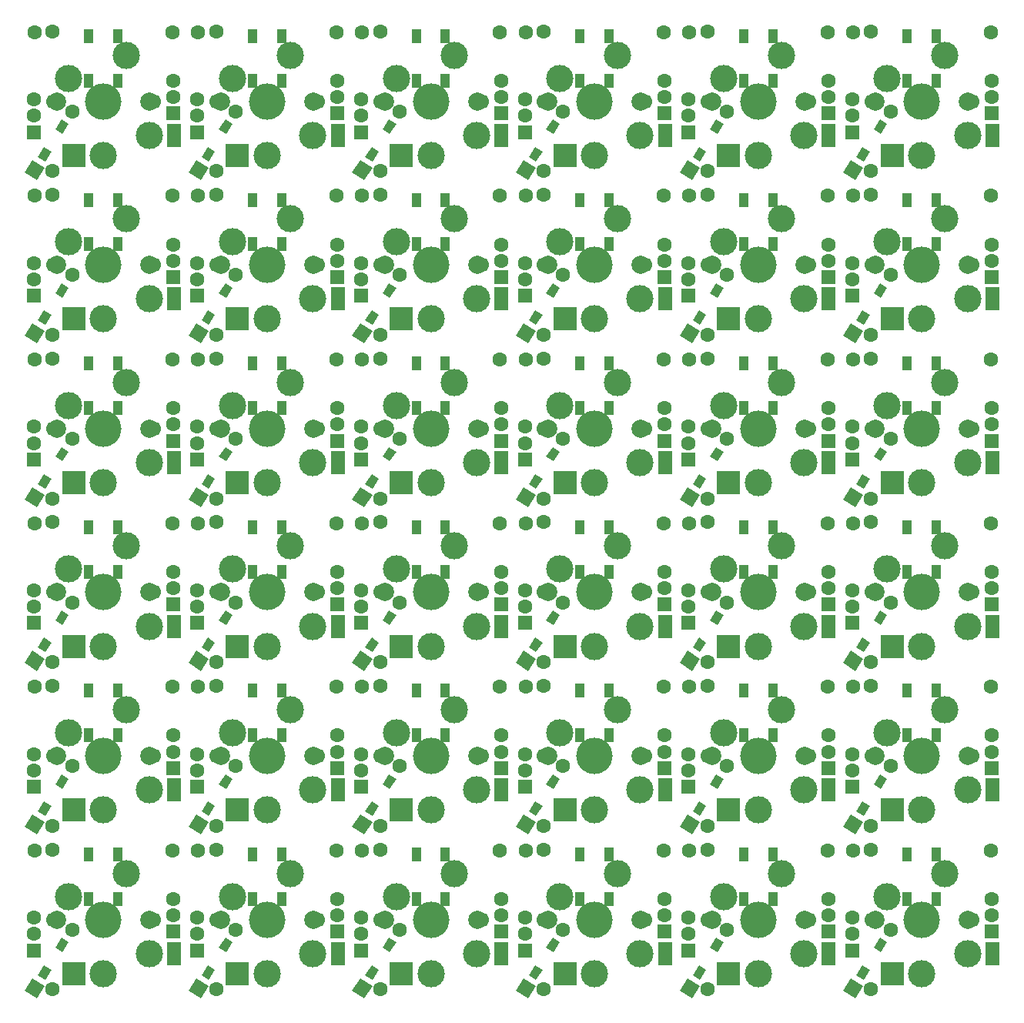
<source format=gts>
G04 #@! TF.GenerationSoftware,KiCad,Pcbnew,(5.1.5-0-10_14)*
G04 #@! TF.CreationDate,2020-05-05T10:05:08-04:00*
G04 #@! TF.ProjectId,plate,706c6174-652e-46b6-9963-61645f706362,1*
G04 #@! TF.SameCoordinates,Original*
G04 #@! TF.FileFunction,Soldermask,Top*
G04 #@! TF.FilePolarity,Negative*
%FSLAX46Y46*%
G04 Gerber Fmt 4.6, Leading zero omitted, Abs format (unit mm)*
G04 Created by KiCad (PCBNEW (5.1.5-0-10_14)) date 2020-05-05 10:05:08*
%MOMM*%
%LPD*%
G04 APERTURE LIST*
%ADD10C,1.600000*%
%ADD11R,1.600000X1.600000*%
%ADD12C,0.100000*%
%ADD13R,1.600000X2.600000*%
%ADD14C,3.000000*%
%ADD15C,3.429000*%
%ADD16R,2.600000X2.600000*%
%ADD17C,1.701800*%
%ADD18C,2.000000*%
%ADD19C,4.000000*%
%ADD20R,1.000000X1.500000*%
G04 APERTURE END LIST*
D10*
X85045000Y-118215000D03*
X100245000Y-118215000D03*
X100345000Y-125365000D03*
D11*
X84963000Y-129215000D03*
D10*
X100345000Y-123565000D03*
X84963000Y-127415000D03*
X87045000Y-118115000D03*
D11*
X100345000Y-127165000D03*
D10*
X84963000Y-125615000D03*
D12*
G36*
X86220866Y-132429922D02*
G01*
X85419644Y-131919487D01*
X86118134Y-130823078D01*
X86919356Y-131333513D01*
X86220866Y-132429922D01*
G37*
G36*
X88128280Y-129435882D02*
G01*
X87327058Y-128925447D01*
X88025548Y-127829038D01*
X88826770Y-128339473D01*
X88128280Y-129435882D01*
G37*
D10*
X87045000Y-133515000D03*
D13*
X100395000Y-129565000D03*
D14*
X92645000Y-131765000D03*
D15*
X92645000Y-125815000D03*
D14*
X97645000Y-129565000D03*
D16*
X89370000Y-131765000D03*
D17*
X87145000Y-125815000D03*
X98145000Y-125815000D03*
D18*
X97725000Y-125815000D03*
D14*
X95185000Y-120735000D03*
D19*
X92645000Y-125815000D03*
D14*
X88835000Y-123275000D03*
D18*
X87565000Y-125815000D03*
D20*
X94233600Y-123559800D03*
X91033600Y-123559800D03*
X94233600Y-118659800D03*
X91033600Y-118659800D03*
D12*
G36*
X85339873Y-134469553D02*
G01*
X83990447Y-133609873D01*
X84850127Y-132260447D01*
X86199553Y-133120127D01*
X85339873Y-134469553D01*
G37*
D10*
X89189223Y-126938357D03*
X103045000Y-118215000D03*
X118245000Y-118215000D03*
X118345000Y-125365000D03*
D11*
X102963000Y-129215000D03*
D10*
X118345000Y-123565000D03*
X102963000Y-127415000D03*
X105045000Y-118115000D03*
D11*
X118345000Y-127165000D03*
D10*
X102963000Y-125615000D03*
D12*
G36*
X106128280Y-129435882D02*
G01*
X105327058Y-128925447D01*
X106025548Y-127829038D01*
X106826770Y-128339473D01*
X106128280Y-129435882D01*
G37*
G36*
X104220866Y-132429922D02*
G01*
X103419644Y-131919487D01*
X104118134Y-130823078D01*
X104919356Y-131333513D01*
X104220866Y-132429922D01*
G37*
D10*
X105045000Y-133515000D03*
D17*
X116145000Y-125815000D03*
X105145000Y-125815000D03*
D16*
X107370000Y-131765000D03*
D14*
X115645000Y-129565000D03*
D15*
X110645000Y-125815000D03*
D14*
X110645000Y-131765000D03*
D13*
X118395000Y-129565000D03*
D18*
X105565000Y-125815000D03*
D14*
X106835000Y-123275000D03*
D19*
X110645000Y-125815000D03*
D14*
X113185000Y-120735000D03*
D18*
X115725000Y-125815000D03*
D20*
X109033600Y-118659800D03*
X112233600Y-118659800D03*
X109033600Y-123559800D03*
X112233600Y-123559800D03*
D10*
X107189223Y-126938357D03*
D12*
G36*
X103339873Y-134469553D02*
G01*
X101990447Y-133609873D01*
X102850127Y-132260447D01*
X104199553Y-133120127D01*
X103339873Y-134469553D01*
G37*
D10*
X85045000Y-136215000D03*
X100245000Y-136215000D03*
X100345000Y-143365000D03*
D11*
X84963000Y-147215000D03*
D10*
X100345000Y-141565000D03*
X84963000Y-145415000D03*
X87045000Y-136115000D03*
D11*
X100345000Y-145165000D03*
D10*
X84963000Y-143615000D03*
D12*
G36*
X88128280Y-147435882D02*
G01*
X87327058Y-146925447D01*
X88025548Y-145829038D01*
X88826770Y-146339473D01*
X88128280Y-147435882D01*
G37*
G36*
X86220866Y-150429922D02*
G01*
X85419644Y-149919487D01*
X86118134Y-148823078D01*
X86919356Y-149333513D01*
X86220866Y-150429922D01*
G37*
D10*
X87045000Y-151515000D03*
D17*
X98145000Y-143815000D03*
X87145000Y-143815000D03*
D16*
X89370000Y-149765000D03*
D14*
X97645000Y-147565000D03*
D15*
X92645000Y-143815000D03*
D14*
X92645000Y-149765000D03*
D13*
X100395000Y-147565000D03*
D18*
X87565000Y-143815000D03*
D14*
X88835000Y-141275000D03*
D19*
X92645000Y-143815000D03*
D14*
X95185000Y-138735000D03*
D18*
X97725000Y-143815000D03*
D20*
X91033600Y-136659800D03*
X94233600Y-136659800D03*
X91033600Y-141559800D03*
X94233600Y-141559800D03*
D10*
X89189223Y-144938357D03*
D12*
G36*
X85339873Y-152469553D02*
G01*
X83990447Y-151609873D01*
X84850127Y-150260447D01*
X86199553Y-151120127D01*
X85339873Y-152469553D01*
G37*
D10*
X103045000Y-136215000D03*
X118245000Y-136215000D03*
X118345000Y-143365000D03*
D11*
X102963000Y-147215000D03*
D10*
X118345000Y-141565000D03*
X102963000Y-145415000D03*
X105045000Y-136115000D03*
D11*
X118345000Y-145165000D03*
D10*
X102963000Y-143615000D03*
D12*
G36*
X104220866Y-150429922D02*
G01*
X103419644Y-149919487D01*
X104118134Y-148823078D01*
X104919356Y-149333513D01*
X104220866Y-150429922D01*
G37*
G36*
X106128280Y-147435882D02*
G01*
X105327058Y-146925447D01*
X106025548Y-145829038D01*
X106826770Y-146339473D01*
X106128280Y-147435882D01*
G37*
D10*
X105045000Y-151515000D03*
D13*
X118395000Y-147565000D03*
D14*
X110645000Y-149765000D03*
D15*
X110645000Y-143815000D03*
D14*
X115645000Y-147565000D03*
D16*
X107370000Y-149765000D03*
D17*
X105145000Y-143815000D03*
X116145000Y-143815000D03*
D18*
X115725000Y-143815000D03*
D14*
X113185000Y-138735000D03*
D19*
X110645000Y-143815000D03*
D14*
X106835000Y-141275000D03*
D18*
X105565000Y-143815000D03*
D20*
X112233600Y-141559800D03*
X109033600Y-141559800D03*
X112233600Y-136659800D03*
X109033600Y-136659800D03*
D12*
G36*
X103339873Y-152469553D02*
G01*
X101990447Y-151609873D01*
X102850127Y-150260447D01*
X104199553Y-151120127D01*
X103339873Y-152469553D01*
G37*
D10*
X107189223Y-144938357D03*
X156963000Y-145415000D03*
X159045000Y-136115000D03*
D11*
X172345000Y-145165000D03*
D10*
X156963000Y-143615000D03*
D12*
G36*
X158220866Y-150429922D02*
G01*
X157419644Y-149919487D01*
X158118134Y-148823078D01*
X158919356Y-149333513D01*
X158220866Y-150429922D01*
G37*
G36*
X160128280Y-147435882D02*
G01*
X159327058Y-146925447D01*
X160025548Y-145829038D01*
X160826770Y-146339473D01*
X160128280Y-147435882D01*
G37*
D10*
X159045000Y-151515000D03*
D13*
X172395000Y-147565000D03*
D14*
X164645000Y-149765000D03*
D15*
X164645000Y-143815000D03*
D14*
X169645000Y-147565000D03*
D16*
X161370000Y-149765000D03*
D17*
X159145000Y-143815000D03*
X170145000Y-143815000D03*
D18*
X169725000Y-143815000D03*
D14*
X167185000Y-138735000D03*
D19*
X164645000Y-143815000D03*
D14*
X160835000Y-141275000D03*
D18*
X159565000Y-143815000D03*
D10*
X179189223Y-144938357D03*
D12*
G36*
X175339873Y-152469553D02*
G01*
X173990447Y-151609873D01*
X174850127Y-150260447D01*
X176199553Y-151120127D01*
X175339873Y-152469553D01*
G37*
D20*
X181033600Y-136659800D03*
X184233600Y-136659800D03*
X181033600Y-141559800D03*
X184233600Y-141559800D03*
D12*
G36*
X157339873Y-152469553D02*
G01*
X155990447Y-151609873D01*
X156850127Y-150260447D01*
X158199553Y-151120127D01*
X157339873Y-152469553D01*
G37*
D10*
X161189223Y-144938357D03*
X190345000Y-143365000D03*
D11*
X174963000Y-147215000D03*
D10*
X190345000Y-141565000D03*
X174963000Y-145415000D03*
X175045000Y-136215000D03*
X190245000Y-136215000D03*
D12*
G36*
X178128280Y-147435882D02*
G01*
X177327058Y-146925447D01*
X178025548Y-145829038D01*
X178826770Y-146339473D01*
X178128280Y-147435882D01*
G37*
G36*
X176220866Y-150429922D02*
G01*
X175419644Y-149919487D01*
X176118134Y-148823078D01*
X176919356Y-149333513D01*
X176220866Y-150429922D01*
G37*
D10*
X177045000Y-151515000D03*
D17*
X188145000Y-143815000D03*
X177145000Y-143815000D03*
D16*
X179370000Y-149765000D03*
D14*
X187645000Y-147565000D03*
D15*
X182645000Y-143815000D03*
D14*
X182645000Y-149765000D03*
D13*
X190395000Y-147565000D03*
D10*
X177045000Y-136115000D03*
D11*
X190345000Y-145165000D03*
D10*
X174963000Y-143615000D03*
D11*
X156963000Y-147215000D03*
D10*
X172345000Y-141565000D03*
D18*
X177565000Y-143815000D03*
D14*
X178835000Y-141275000D03*
D19*
X182645000Y-143815000D03*
D14*
X185185000Y-138735000D03*
D18*
X187725000Y-143815000D03*
D20*
X166233600Y-141559800D03*
X163033600Y-141559800D03*
X166233600Y-136659800D03*
X163033600Y-136659800D03*
D10*
X157045000Y-136215000D03*
X172245000Y-136215000D03*
X172345000Y-143365000D03*
D12*
G36*
X121339873Y-152469553D02*
G01*
X119990447Y-151609873D01*
X120850127Y-150260447D01*
X122199553Y-151120127D01*
X121339873Y-152469553D01*
G37*
D10*
X125189223Y-144938357D03*
X143189223Y-144938357D03*
D12*
G36*
X139339873Y-152469553D02*
G01*
X137990447Y-151609873D01*
X138850127Y-150260447D01*
X140199553Y-151120127D01*
X139339873Y-152469553D01*
G37*
D20*
X145033600Y-136659800D03*
X148233600Y-136659800D03*
X145033600Y-141559800D03*
X148233600Y-141559800D03*
D13*
X136395000Y-147565000D03*
D14*
X128645000Y-149765000D03*
D15*
X128645000Y-143815000D03*
D14*
X133645000Y-147565000D03*
D16*
X125370000Y-149765000D03*
D17*
X123145000Y-143815000D03*
X134145000Y-143815000D03*
D18*
X133725000Y-143815000D03*
D14*
X131185000Y-138735000D03*
D19*
X128645000Y-143815000D03*
D14*
X124835000Y-141275000D03*
D18*
X123565000Y-143815000D03*
D20*
X130233600Y-141559800D03*
X127033600Y-141559800D03*
X130233600Y-136659800D03*
X127033600Y-136659800D03*
D10*
X120963000Y-145415000D03*
X123045000Y-136115000D03*
D11*
X136345000Y-145165000D03*
D10*
X120963000Y-143615000D03*
D12*
G36*
X122220866Y-150429922D02*
G01*
X121419644Y-149919487D01*
X122118134Y-148823078D01*
X122919356Y-149333513D01*
X122220866Y-150429922D01*
G37*
G36*
X124128280Y-147435882D02*
G01*
X123327058Y-146925447D01*
X124025548Y-145829038D01*
X124826770Y-146339473D01*
X124128280Y-147435882D01*
G37*
D10*
X123045000Y-151515000D03*
X139045000Y-136215000D03*
X154245000Y-136215000D03*
X154345000Y-143365000D03*
D11*
X138963000Y-147215000D03*
D10*
X154345000Y-141565000D03*
X138963000Y-145415000D03*
X141045000Y-136115000D03*
D11*
X154345000Y-145165000D03*
D10*
X138963000Y-143615000D03*
D12*
G36*
X142128280Y-147435882D02*
G01*
X141327058Y-146925447D01*
X142025548Y-145829038D01*
X142826770Y-146339473D01*
X142128280Y-147435882D01*
G37*
G36*
X140220866Y-150429922D02*
G01*
X139419644Y-149919487D01*
X140118134Y-148823078D01*
X140919356Y-149333513D01*
X140220866Y-150429922D01*
G37*
D10*
X141045000Y-151515000D03*
D17*
X152145000Y-143815000D03*
X141145000Y-143815000D03*
D16*
X143370000Y-149765000D03*
D14*
X151645000Y-147565000D03*
D15*
X146645000Y-143815000D03*
D14*
X146645000Y-149765000D03*
D13*
X154395000Y-147565000D03*
D18*
X141565000Y-143815000D03*
D14*
X142835000Y-141275000D03*
D19*
X146645000Y-143815000D03*
D14*
X149185000Y-138735000D03*
D18*
X151725000Y-143815000D03*
D11*
X120963000Y-147215000D03*
D10*
X121045000Y-136215000D03*
X136245000Y-136215000D03*
X136345000Y-143365000D03*
X136345000Y-141565000D03*
X156963000Y-127415000D03*
X159045000Y-118115000D03*
D11*
X172345000Y-127165000D03*
D10*
X156963000Y-125615000D03*
D12*
G36*
X160128280Y-129435882D02*
G01*
X159327058Y-128925447D01*
X160025548Y-127829038D01*
X160826770Y-128339473D01*
X160128280Y-129435882D01*
G37*
G36*
X158220866Y-132429922D02*
G01*
X157419644Y-131919487D01*
X158118134Y-130823078D01*
X158919356Y-131333513D01*
X158220866Y-132429922D01*
G37*
D10*
X159045000Y-133515000D03*
D17*
X170145000Y-125815000D03*
X159145000Y-125815000D03*
D16*
X161370000Y-131765000D03*
D14*
X169645000Y-129565000D03*
D15*
X164645000Y-125815000D03*
D14*
X164645000Y-131765000D03*
D13*
X172395000Y-129565000D03*
D18*
X159565000Y-125815000D03*
D14*
X160835000Y-123275000D03*
D19*
X164645000Y-125815000D03*
D14*
X167185000Y-120735000D03*
D18*
X169725000Y-125815000D03*
D12*
G36*
X175339873Y-134469553D02*
G01*
X173990447Y-133609873D01*
X174850127Y-132260447D01*
X176199553Y-133120127D01*
X175339873Y-134469553D01*
G37*
D10*
X179189223Y-126938357D03*
D20*
X184233600Y-123559800D03*
X181033600Y-123559800D03*
X184233600Y-118659800D03*
X181033600Y-118659800D03*
D10*
X161189223Y-126938357D03*
D12*
G36*
X157339873Y-134469553D02*
G01*
X155990447Y-133609873D01*
X156850127Y-132260447D01*
X158199553Y-133120127D01*
X157339873Y-134469553D01*
G37*
D10*
X190345000Y-125365000D03*
D11*
X174963000Y-129215000D03*
D10*
X190345000Y-123565000D03*
X174963000Y-127415000D03*
X175045000Y-118215000D03*
X190245000Y-118215000D03*
D12*
G36*
X176220866Y-132429922D02*
G01*
X175419644Y-131919487D01*
X176118134Y-130823078D01*
X176919356Y-131333513D01*
X176220866Y-132429922D01*
G37*
G36*
X178128280Y-129435882D02*
G01*
X177327058Y-128925447D01*
X178025548Y-127829038D01*
X178826770Y-128339473D01*
X178128280Y-129435882D01*
G37*
D10*
X177045000Y-133515000D03*
D13*
X190395000Y-129565000D03*
D14*
X182645000Y-131765000D03*
D15*
X182645000Y-125815000D03*
D14*
X187645000Y-129565000D03*
D16*
X179370000Y-131765000D03*
D17*
X177145000Y-125815000D03*
X188145000Y-125815000D03*
D10*
X177045000Y-118115000D03*
D11*
X190345000Y-127165000D03*
D10*
X174963000Y-125615000D03*
D11*
X156963000Y-129215000D03*
D10*
X172345000Y-123565000D03*
D18*
X187725000Y-125815000D03*
D14*
X185185000Y-120735000D03*
D19*
X182645000Y-125815000D03*
D14*
X178835000Y-123275000D03*
D18*
X177565000Y-125815000D03*
D20*
X163033600Y-118659800D03*
X166233600Y-118659800D03*
X163033600Y-123559800D03*
X166233600Y-123559800D03*
D10*
X157045000Y-118215000D03*
X172245000Y-118215000D03*
X172345000Y-125365000D03*
X125189223Y-126938357D03*
D12*
G36*
X121339873Y-134469553D02*
G01*
X119990447Y-133609873D01*
X120850127Y-132260447D01*
X122199553Y-133120127D01*
X121339873Y-134469553D01*
G37*
D10*
X139045000Y-118215000D03*
X154245000Y-118215000D03*
X154345000Y-125365000D03*
D11*
X138963000Y-129215000D03*
D10*
X154345000Y-123565000D03*
X138963000Y-127415000D03*
X141045000Y-118115000D03*
D11*
X154345000Y-127165000D03*
D10*
X138963000Y-125615000D03*
D12*
G36*
X140220866Y-132429922D02*
G01*
X139419644Y-131919487D01*
X140118134Y-130823078D01*
X140919356Y-131333513D01*
X140220866Y-132429922D01*
G37*
G36*
X142128280Y-129435882D02*
G01*
X141327058Y-128925447D01*
X142025548Y-127829038D01*
X142826770Y-128339473D01*
X142128280Y-129435882D01*
G37*
D10*
X141045000Y-133515000D03*
D13*
X154395000Y-129565000D03*
D14*
X146645000Y-131765000D03*
D15*
X146645000Y-125815000D03*
D14*
X151645000Y-129565000D03*
D16*
X143370000Y-131765000D03*
D17*
X141145000Y-125815000D03*
X152145000Y-125815000D03*
D18*
X151725000Y-125815000D03*
D14*
X149185000Y-120735000D03*
D19*
X146645000Y-125815000D03*
D14*
X142835000Y-123275000D03*
D18*
X141565000Y-125815000D03*
D20*
X148233600Y-123559800D03*
X145033600Y-123559800D03*
X148233600Y-118659800D03*
X145033600Y-118659800D03*
D12*
G36*
X139339873Y-134469553D02*
G01*
X137990447Y-133609873D01*
X138850127Y-132260447D01*
X140199553Y-133120127D01*
X139339873Y-134469553D01*
G37*
D10*
X143189223Y-126938357D03*
X121045000Y-118215000D03*
X136245000Y-118215000D03*
X136345000Y-125365000D03*
D11*
X120963000Y-129215000D03*
D10*
X136345000Y-123565000D03*
X120963000Y-127415000D03*
X123045000Y-118115000D03*
D11*
X136345000Y-127165000D03*
D10*
X120963000Y-125615000D03*
D12*
G36*
X124128280Y-129435882D02*
G01*
X123327058Y-128925447D01*
X124025548Y-127829038D01*
X124826770Y-128339473D01*
X124128280Y-129435882D01*
G37*
G36*
X122220866Y-132429922D02*
G01*
X121419644Y-131919487D01*
X122118134Y-130823078D01*
X122919356Y-131333513D01*
X122220866Y-132429922D01*
G37*
D10*
X123045000Y-133515000D03*
D17*
X134145000Y-125815000D03*
X123145000Y-125815000D03*
D16*
X125370000Y-131765000D03*
D14*
X133645000Y-129565000D03*
D15*
X128645000Y-125815000D03*
D14*
X128645000Y-131765000D03*
D13*
X136395000Y-129565000D03*
D18*
X123565000Y-125815000D03*
D14*
X124835000Y-123275000D03*
D19*
X128645000Y-125815000D03*
D14*
X131185000Y-120735000D03*
D18*
X133725000Y-125815000D03*
D20*
X127033600Y-118659800D03*
X130233600Y-118659800D03*
X127033600Y-123559800D03*
X130233600Y-123559800D03*
D10*
X85045000Y-82215000D03*
X100245000Y-82215000D03*
X100345000Y-89365000D03*
D11*
X84963000Y-93215000D03*
D10*
X100345000Y-87565000D03*
X84963000Y-91415000D03*
X87045000Y-82115000D03*
D11*
X100345000Y-91165000D03*
D10*
X84963000Y-89615000D03*
D12*
G36*
X86220866Y-96429922D02*
G01*
X85419644Y-95919487D01*
X86118134Y-94823078D01*
X86919356Y-95333513D01*
X86220866Y-96429922D01*
G37*
G36*
X88128280Y-93435882D02*
G01*
X87327058Y-92925447D01*
X88025548Y-91829038D01*
X88826770Y-92339473D01*
X88128280Y-93435882D01*
G37*
D10*
X87045000Y-97515000D03*
D13*
X100395000Y-93565000D03*
D14*
X92645000Y-95765000D03*
D15*
X92645000Y-89815000D03*
D14*
X97645000Y-93565000D03*
D16*
X89370000Y-95765000D03*
D17*
X87145000Y-89815000D03*
X98145000Y-89815000D03*
D18*
X97725000Y-89815000D03*
D14*
X95185000Y-84735000D03*
D19*
X92645000Y-89815000D03*
D14*
X88835000Y-87275000D03*
D18*
X87565000Y-89815000D03*
D20*
X94233600Y-87559800D03*
X91033600Y-87559800D03*
X94233600Y-82659800D03*
X91033600Y-82659800D03*
D12*
G36*
X85339873Y-98469553D02*
G01*
X83990447Y-97609873D01*
X84850127Y-96260447D01*
X86199553Y-97120127D01*
X85339873Y-98469553D01*
G37*
D10*
X89189223Y-90938357D03*
X103045000Y-82215000D03*
X118245000Y-82215000D03*
X118345000Y-89365000D03*
D11*
X102963000Y-93215000D03*
D10*
X118345000Y-87565000D03*
X102963000Y-91415000D03*
X105045000Y-82115000D03*
D11*
X118345000Y-91165000D03*
D10*
X102963000Y-89615000D03*
D12*
G36*
X106128280Y-93435882D02*
G01*
X105327058Y-92925447D01*
X106025548Y-91829038D01*
X106826770Y-92339473D01*
X106128280Y-93435882D01*
G37*
G36*
X104220866Y-96429922D02*
G01*
X103419644Y-95919487D01*
X104118134Y-94823078D01*
X104919356Y-95333513D01*
X104220866Y-96429922D01*
G37*
D10*
X105045000Y-97515000D03*
D17*
X116145000Y-89815000D03*
X105145000Y-89815000D03*
D16*
X107370000Y-95765000D03*
D14*
X115645000Y-93565000D03*
D15*
X110645000Y-89815000D03*
D14*
X110645000Y-95765000D03*
D13*
X118395000Y-93565000D03*
D18*
X105565000Y-89815000D03*
D14*
X106835000Y-87275000D03*
D19*
X110645000Y-89815000D03*
D14*
X113185000Y-84735000D03*
D18*
X115725000Y-89815000D03*
D20*
X109033600Y-82659800D03*
X112233600Y-82659800D03*
X109033600Y-87559800D03*
X112233600Y-87559800D03*
D10*
X107189223Y-90938357D03*
D12*
G36*
X103339873Y-98469553D02*
G01*
X101990447Y-97609873D01*
X102850127Y-96260447D01*
X104199553Y-97120127D01*
X103339873Y-98469553D01*
G37*
D10*
X85045000Y-100215000D03*
X100245000Y-100215000D03*
X100345000Y-107365000D03*
D11*
X84963000Y-111215000D03*
D10*
X100345000Y-105565000D03*
X84963000Y-109415000D03*
X87045000Y-100115000D03*
D11*
X100345000Y-109165000D03*
D10*
X84963000Y-107615000D03*
D12*
G36*
X88128280Y-111435882D02*
G01*
X87327058Y-110925447D01*
X88025548Y-109829038D01*
X88826770Y-110339473D01*
X88128280Y-111435882D01*
G37*
G36*
X86220866Y-114429922D02*
G01*
X85419644Y-113919487D01*
X86118134Y-112823078D01*
X86919356Y-113333513D01*
X86220866Y-114429922D01*
G37*
D10*
X87045000Y-115515000D03*
D17*
X98145000Y-107815000D03*
X87145000Y-107815000D03*
D16*
X89370000Y-113765000D03*
D14*
X97645000Y-111565000D03*
D15*
X92645000Y-107815000D03*
D14*
X92645000Y-113765000D03*
D13*
X100395000Y-111565000D03*
D18*
X87565000Y-107815000D03*
D14*
X88835000Y-105275000D03*
D19*
X92645000Y-107815000D03*
D14*
X95185000Y-102735000D03*
D18*
X97725000Y-107815000D03*
D20*
X91033600Y-100659800D03*
X94233600Y-100659800D03*
X91033600Y-105559800D03*
X94233600Y-105559800D03*
D10*
X89189223Y-108938357D03*
D12*
G36*
X85339873Y-116469553D02*
G01*
X83990447Y-115609873D01*
X84850127Y-114260447D01*
X86199553Y-115120127D01*
X85339873Y-116469553D01*
G37*
D10*
X103045000Y-100215000D03*
X118245000Y-100215000D03*
X118345000Y-107365000D03*
D11*
X102963000Y-111215000D03*
D10*
X118345000Y-105565000D03*
X102963000Y-109415000D03*
X105045000Y-100115000D03*
D11*
X118345000Y-109165000D03*
D10*
X102963000Y-107615000D03*
D12*
G36*
X104220866Y-114429922D02*
G01*
X103419644Y-113919487D01*
X104118134Y-112823078D01*
X104919356Y-113333513D01*
X104220866Y-114429922D01*
G37*
G36*
X106128280Y-111435882D02*
G01*
X105327058Y-110925447D01*
X106025548Y-109829038D01*
X106826770Y-110339473D01*
X106128280Y-111435882D01*
G37*
D10*
X105045000Y-115515000D03*
D13*
X118395000Y-111565000D03*
D14*
X110645000Y-113765000D03*
D15*
X110645000Y-107815000D03*
D14*
X115645000Y-111565000D03*
D16*
X107370000Y-113765000D03*
D17*
X105145000Y-107815000D03*
X116145000Y-107815000D03*
D18*
X115725000Y-107815000D03*
D14*
X113185000Y-102735000D03*
D19*
X110645000Y-107815000D03*
D14*
X106835000Y-105275000D03*
D18*
X105565000Y-107815000D03*
D20*
X112233600Y-105559800D03*
X109033600Y-105559800D03*
X112233600Y-100659800D03*
X109033600Y-100659800D03*
D12*
G36*
X103339873Y-116469553D02*
G01*
X101990447Y-115609873D01*
X102850127Y-114260447D01*
X104199553Y-115120127D01*
X103339873Y-116469553D01*
G37*
D10*
X107189223Y-108938357D03*
X156963000Y-109415000D03*
X159045000Y-100115000D03*
D11*
X172345000Y-109165000D03*
D10*
X156963000Y-107615000D03*
D12*
G36*
X158220866Y-114429922D02*
G01*
X157419644Y-113919487D01*
X158118134Y-112823078D01*
X158919356Y-113333513D01*
X158220866Y-114429922D01*
G37*
G36*
X160128280Y-111435882D02*
G01*
X159327058Y-110925447D01*
X160025548Y-109829038D01*
X160826770Y-110339473D01*
X160128280Y-111435882D01*
G37*
D10*
X159045000Y-115515000D03*
D13*
X172395000Y-111565000D03*
D14*
X164645000Y-113765000D03*
D15*
X164645000Y-107815000D03*
D14*
X169645000Y-111565000D03*
D16*
X161370000Y-113765000D03*
D17*
X159145000Y-107815000D03*
X170145000Y-107815000D03*
D18*
X169725000Y-107815000D03*
D14*
X167185000Y-102735000D03*
D19*
X164645000Y-107815000D03*
D14*
X160835000Y-105275000D03*
D18*
X159565000Y-107815000D03*
D10*
X179189223Y-108938357D03*
D12*
G36*
X175339873Y-116469553D02*
G01*
X173990447Y-115609873D01*
X174850127Y-114260447D01*
X176199553Y-115120127D01*
X175339873Y-116469553D01*
G37*
D20*
X181033600Y-100659800D03*
X184233600Y-100659800D03*
X181033600Y-105559800D03*
X184233600Y-105559800D03*
D12*
G36*
X157339873Y-116469553D02*
G01*
X155990447Y-115609873D01*
X156850127Y-114260447D01*
X158199553Y-115120127D01*
X157339873Y-116469553D01*
G37*
D10*
X161189223Y-108938357D03*
X190345000Y-107365000D03*
D11*
X174963000Y-111215000D03*
D10*
X190345000Y-105565000D03*
X174963000Y-109415000D03*
X175045000Y-100215000D03*
X190245000Y-100215000D03*
D12*
G36*
X178128280Y-111435882D02*
G01*
X177327058Y-110925447D01*
X178025548Y-109829038D01*
X178826770Y-110339473D01*
X178128280Y-111435882D01*
G37*
G36*
X176220866Y-114429922D02*
G01*
X175419644Y-113919487D01*
X176118134Y-112823078D01*
X176919356Y-113333513D01*
X176220866Y-114429922D01*
G37*
D10*
X177045000Y-115515000D03*
D17*
X188145000Y-107815000D03*
X177145000Y-107815000D03*
D16*
X179370000Y-113765000D03*
D14*
X187645000Y-111565000D03*
D15*
X182645000Y-107815000D03*
D14*
X182645000Y-113765000D03*
D13*
X190395000Y-111565000D03*
D10*
X177045000Y-100115000D03*
D11*
X190345000Y-109165000D03*
D10*
X174963000Y-107615000D03*
D11*
X156963000Y-111215000D03*
D10*
X172345000Y-105565000D03*
D18*
X177565000Y-107815000D03*
D14*
X178835000Y-105275000D03*
D19*
X182645000Y-107815000D03*
D14*
X185185000Y-102735000D03*
D18*
X187725000Y-107815000D03*
D20*
X166233600Y-105559800D03*
X163033600Y-105559800D03*
X166233600Y-100659800D03*
X163033600Y-100659800D03*
D10*
X157045000Y-100215000D03*
X172245000Y-100215000D03*
X172345000Y-107365000D03*
D12*
G36*
X121339873Y-116469553D02*
G01*
X119990447Y-115609873D01*
X120850127Y-114260447D01*
X122199553Y-115120127D01*
X121339873Y-116469553D01*
G37*
D10*
X125189223Y-108938357D03*
X143189223Y-108938357D03*
D12*
G36*
X139339873Y-116469553D02*
G01*
X137990447Y-115609873D01*
X138850127Y-114260447D01*
X140199553Y-115120127D01*
X139339873Y-116469553D01*
G37*
D20*
X145033600Y-100659800D03*
X148233600Y-100659800D03*
X145033600Y-105559800D03*
X148233600Y-105559800D03*
D13*
X136395000Y-111565000D03*
D14*
X128645000Y-113765000D03*
D15*
X128645000Y-107815000D03*
D14*
X133645000Y-111565000D03*
D16*
X125370000Y-113765000D03*
D17*
X123145000Y-107815000D03*
X134145000Y-107815000D03*
D18*
X133725000Y-107815000D03*
D14*
X131185000Y-102735000D03*
D19*
X128645000Y-107815000D03*
D14*
X124835000Y-105275000D03*
D18*
X123565000Y-107815000D03*
D20*
X130233600Y-105559800D03*
X127033600Y-105559800D03*
X130233600Y-100659800D03*
X127033600Y-100659800D03*
D10*
X120963000Y-109415000D03*
X123045000Y-100115000D03*
D11*
X136345000Y-109165000D03*
D10*
X120963000Y-107615000D03*
D12*
G36*
X122220866Y-114429922D02*
G01*
X121419644Y-113919487D01*
X122118134Y-112823078D01*
X122919356Y-113333513D01*
X122220866Y-114429922D01*
G37*
G36*
X124128280Y-111435882D02*
G01*
X123327058Y-110925447D01*
X124025548Y-109829038D01*
X124826770Y-110339473D01*
X124128280Y-111435882D01*
G37*
D10*
X123045000Y-115515000D03*
X139045000Y-100215000D03*
X154245000Y-100215000D03*
X154345000Y-107365000D03*
D11*
X138963000Y-111215000D03*
D10*
X154345000Y-105565000D03*
X138963000Y-109415000D03*
X141045000Y-100115000D03*
D11*
X154345000Y-109165000D03*
D10*
X138963000Y-107615000D03*
D12*
G36*
X142128280Y-111435882D02*
G01*
X141327058Y-110925447D01*
X142025548Y-109829038D01*
X142826770Y-110339473D01*
X142128280Y-111435882D01*
G37*
G36*
X140220866Y-114429922D02*
G01*
X139419644Y-113919487D01*
X140118134Y-112823078D01*
X140919356Y-113333513D01*
X140220866Y-114429922D01*
G37*
D10*
X141045000Y-115515000D03*
D17*
X152145000Y-107815000D03*
X141145000Y-107815000D03*
D16*
X143370000Y-113765000D03*
D14*
X151645000Y-111565000D03*
D15*
X146645000Y-107815000D03*
D14*
X146645000Y-113765000D03*
D13*
X154395000Y-111565000D03*
D18*
X141565000Y-107815000D03*
D14*
X142835000Y-105275000D03*
D19*
X146645000Y-107815000D03*
D14*
X149185000Y-102735000D03*
D18*
X151725000Y-107815000D03*
D11*
X120963000Y-111215000D03*
D10*
X121045000Y-100215000D03*
X136245000Y-100215000D03*
X136345000Y-107365000D03*
X136345000Y-105565000D03*
X156963000Y-91415000D03*
X159045000Y-82115000D03*
D11*
X172345000Y-91165000D03*
D10*
X156963000Y-89615000D03*
D12*
G36*
X160128280Y-93435882D02*
G01*
X159327058Y-92925447D01*
X160025548Y-91829038D01*
X160826770Y-92339473D01*
X160128280Y-93435882D01*
G37*
G36*
X158220866Y-96429922D02*
G01*
X157419644Y-95919487D01*
X158118134Y-94823078D01*
X158919356Y-95333513D01*
X158220866Y-96429922D01*
G37*
D10*
X159045000Y-97515000D03*
D17*
X170145000Y-89815000D03*
X159145000Y-89815000D03*
D16*
X161370000Y-95765000D03*
D14*
X169645000Y-93565000D03*
D15*
X164645000Y-89815000D03*
D14*
X164645000Y-95765000D03*
D13*
X172395000Y-93565000D03*
D18*
X159565000Y-89815000D03*
D14*
X160835000Y-87275000D03*
D19*
X164645000Y-89815000D03*
D14*
X167185000Y-84735000D03*
D18*
X169725000Y-89815000D03*
D12*
G36*
X175339873Y-98469553D02*
G01*
X173990447Y-97609873D01*
X174850127Y-96260447D01*
X176199553Y-97120127D01*
X175339873Y-98469553D01*
G37*
D10*
X179189223Y-90938357D03*
D20*
X184233600Y-87559800D03*
X181033600Y-87559800D03*
X184233600Y-82659800D03*
X181033600Y-82659800D03*
D10*
X161189223Y-90938357D03*
D12*
G36*
X157339873Y-98469553D02*
G01*
X155990447Y-97609873D01*
X156850127Y-96260447D01*
X158199553Y-97120127D01*
X157339873Y-98469553D01*
G37*
D10*
X190345000Y-89365000D03*
D11*
X174963000Y-93215000D03*
D10*
X190345000Y-87565000D03*
X174963000Y-91415000D03*
X175045000Y-82215000D03*
X190245000Y-82215000D03*
D12*
G36*
X176220866Y-96429922D02*
G01*
X175419644Y-95919487D01*
X176118134Y-94823078D01*
X176919356Y-95333513D01*
X176220866Y-96429922D01*
G37*
G36*
X178128280Y-93435882D02*
G01*
X177327058Y-92925447D01*
X178025548Y-91829038D01*
X178826770Y-92339473D01*
X178128280Y-93435882D01*
G37*
D10*
X177045000Y-97515000D03*
D13*
X190395000Y-93565000D03*
D14*
X182645000Y-95765000D03*
D15*
X182645000Y-89815000D03*
D14*
X187645000Y-93565000D03*
D16*
X179370000Y-95765000D03*
D17*
X177145000Y-89815000D03*
X188145000Y-89815000D03*
D10*
X177045000Y-82115000D03*
D11*
X190345000Y-91165000D03*
D10*
X174963000Y-89615000D03*
D11*
X156963000Y-93215000D03*
D10*
X172345000Y-87565000D03*
D18*
X187725000Y-89815000D03*
D14*
X185185000Y-84735000D03*
D19*
X182645000Y-89815000D03*
D14*
X178835000Y-87275000D03*
D18*
X177565000Y-89815000D03*
D20*
X163033600Y-82659800D03*
X166233600Y-82659800D03*
X163033600Y-87559800D03*
X166233600Y-87559800D03*
D10*
X157045000Y-82215000D03*
X172245000Y-82215000D03*
X172345000Y-89365000D03*
X125189223Y-90938357D03*
D12*
G36*
X121339873Y-98469553D02*
G01*
X119990447Y-97609873D01*
X120850127Y-96260447D01*
X122199553Y-97120127D01*
X121339873Y-98469553D01*
G37*
D10*
X139045000Y-82215000D03*
X154245000Y-82215000D03*
X154345000Y-89365000D03*
D11*
X138963000Y-93215000D03*
D10*
X154345000Y-87565000D03*
X138963000Y-91415000D03*
X141045000Y-82115000D03*
D11*
X154345000Y-91165000D03*
D10*
X138963000Y-89615000D03*
D12*
G36*
X140220866Y-96429922D02*
G01*
X139419644Y-95919487D01*
X140118134Y-94823078D01*
X140919356Y-95333513D01*
X140220866Y-96429922D01*
G37*
G36*
X142128280Y-93435882D02*
G01*
X141327058Y-92925447D01*
X142025548Y-91829038D01*
X142826770Y-92339473D01*
X142128280Y-93435882D01*
G37*
D10*
X141045000Y-97515000D03*
D13*
X154395000Y-93565000D03*
D14*
X146645000Y-95765000D03*
D15*
X146645000Y-89815000D03*
D14*
X151645000Y-93565000D03*
D16*
X143370000Y-95765000D03*
D17*
X141145000Y-89815000D03*
X152145000Y-89815000D03*
D18*
X151725000Y-89815000D03*
D14*
X149185000Y-84735000D03*
D19*
X146645000Y-89815000D03*
D14*
X142835000Y-87275000D03*
D18*
X141565000Y-89815000D03*
D20*
X148233600Y-87559800D03*
X145033600Y-87559800D03*
X148233600Y-82659800D03*
X145033600Y-82659800D03*
D12*
G36*
X139339873Y-98469553D02*
G01*
X137990447Y-97609873D01*
X138850127Y-96260447D01*
X140199553Y-97120127D01*
X139339873Y-98469553D01*
G37*
D10*
X143189223Y-90938357D03*
X121045000Y-82215000D03*
X136245000Y-82215000D03*
X136345000Y-89365000D03*
D11*
X120963000Y-93215000D03*
D10*
X136345000Y-87565000D03*
X120963000Y-91415000D03*
X123045000Y-82115000D03*
D11*
X136345000Y-91165000D03*
D10*
X120963000Y-89615000D03*
D12*
G36*
X124128280Y-93435882D02*
G01*
X123327058Y-92925447D01*
X124025548Y-91829038D01*
X124826770Y-92339473D01*
X124128280Y-93435882D01*
G37*
G36*
X122220866Y-96429922D02*
G01*
X121419644Y-95919487D01*
X122118134Y-94823078D01*
X122919356Y-95333513D01*
X122220866Y-96429922D01*
G37*
D10*
X123045000Y-97515000D03*
D17*
X134145000Y-89815000D03*
X123145000Y-89815000D03*
D16*
X125370000Y-95765000D03*
D14*
X133645000Y-93565000D03*
D15*
X128645000Y-89815000D03*
D14*
X128645000Y-95765000D03*
D13*
X136395000Y-93565000D03*
D18*
X123565000Y-89815000D03*
D14*
X124835000Y-87275000D03*
D19*
X128645000Y-89815000D03*
D14*
X131185000Y-84735000D03*
D18*
X133725000Y-89815000D03*
D20*
X127033600Y-82659800D03*
X130233600Y-82659800D03*
X127033600Y-87559800D03*
X130233600Y-87559800D03*
D10*
X85045000Y-64215000D03*
X100245000Y-64215000D03*
X100345000Y-71365000D03*
D11*
X84963000Y-75215000D03*
D10*
X100345000Y-69565000D03*
X84963000Y-73415000D03*
X87045000Y-64115000D03*
D11*
X100345000Y-73165000D03*
D10*
X84963000Y-71615000D03*
D12*
G36*
X86220866Y-78429922D02*
G01*
X85419644Y-77919487D01*
X86118134Y-76823078D01*
X86919356Y-77333513D01*
X86220866Y-78429922D01*
G37*
G36*
X88128280Y-75435882D02*
G01*
X87327058Y-74925447D01*
X88025548Y-73829038D01*
X88826770Y-74339473D01*
X88128280Y-75435882D01*
G37*
D10*
X87045000Y-79515000D03*
D13*
X100395000Y-75565000D03*
D14*
X92645000Y-77765000D03*
D15*
X92645000Y-71815000D03*
D14*
X97645000Y-75565000D03*
D16*
X89370000Y-77765000D03*
D17*
X87145000Y-71815000D03*
X98145000Y-71815000D03*
D18*
X97725000Y-71815000D03*
D14*
X95185000Y-66735000D03*
D19*
X92645000Y-71815000D03*
D14*
X88835000Y-69275000D03*
D18*
X87565000Y-71815000D03*
D20*
X94233600Y-69559800D03*
X91033600Y-69559800D03*
X94233600Y-64659800D03*
X91033600Y-64659800D03*
D12*
G36*
X85339873Y-80469553D02*
G01*
X83990447Y-79609873D01*
X84850127Y-78260447D01*
X86199553Y-79120127D01*
X85339873Y-80469553D01*
G37*
D10*
X89189223Y-72938357D03*
X103045000Y-64215000D03*
X118245000Y-64215000D03*
X118345000Y-71365000D03*
D11*
X102963000Y-75215000D03*
D10*
X118345000Y-69565000D03*
X102963000Y-73415000D03*
X105045000Y-64115000D03*
D11*
X118345000Y-73165000D03*
D10*
X102963000Y-71615000D03*
D12*
G36*
X106128280Y-75435882D02*
G01*
X105327058Y-74925447D01*
X106025548Y-73829038D01*
X106826770Y-74339473D01*
X106128280Y-75435882D01*
G37*
G36*
X104220866Y-78429922D02*
G01*
X103419644Y-77919487D01*
X104118134Y-76823078D01*
X104919356Y-77333513D01*
X104220866Y-78429922D01*
G37*
D10*
X105045000Y-79515000D03*
D17*
X116145000Y-71815000D03*
X105145000Y-71815000D03*
D16*
X107370000Y-77765000D03*
D14*
X115645000Y-75565000D03*
D15*
X110645000Y-71815000D03*
D14*
X110645000Y-77765000D03*
D13*
X118395000Y-75565000D03*
D18*
X105565000Y-71815000D03*
D14*
X106835000Y-69275000D03*
D19*
X110645000Y-71815000D03*
D14*
X113185000Y-66735000D03*
D18*
X115725000Y-71815000D03*
D20*
X109033600Y-64659800D03*
X112233600Y-64659800D03*
X109033600Y-69559800D03*
X112233600Y-69559800D03*
D10*
X107189223Y-72938357D03*
D12*
G36*
X103339873Y-80469553D02*
G01*
X101990447Y-79609873D01*
X102850127Y-78260447D01*
X104199553Y-79120127D01*
X103339873Y-80469553D01*
G37*
D10*
X156963000Y-73415000D03*
X159045000Y-64115000D03*
D11*
X172345000Y-73165000D03*
D10*
X156963000Y-71615000D03*
D12*
G36*
X160128280Y-75435882D02*
G01*
X159327058Y-74925447D01*
X160025548Y-73829038D01*
X160826770Y-74339473D01*
X160128280Y-75435882D01*
G37*
G36*
X158220866Y-78429922D02*
G01*
X157419644Y-77919487D01*
X158118134Y-76823078D01*
X158919356Y-77333513D01*
X158220866Y-78429922D01*
G37*
D10*
X159045000Y-79515000D03*
D17*
X170145000Y-71815000D03*
X159145000Y-71815000D03*
D16*
X161370000Y-77765000D03*
D14*
X169645000Y-75565000D03*
D15*
X164645000Y-71815000D03*
D14*
X164645000Y-77765000D03*
D13*
X172395000Y-75565000D03*
D18*
X159565000Y-71815000D03*
D14*
X160835000Y-69275000D03*
D19*
X164645000Y-71815000D03*
D14*
X167185000Y-66735000D03*
D18*
X169725000Y-71815000D03*
D12*
G36*
X175339873Y-80469553D02*
G01*
X173990447Y-79609873D01*
X174850127Y-78260447D01*
X176199553Y-79120127D01*
X175339873Y-80469553D01*
G37*
D10*
X179189223Y-72938357D03*
D20*
X184233600Y-69559800D03*
X181033600Y-69559800D03*
X184233600Y-64659800D03*
X181033600Y-64659800D03*
D10*
X161189223Y-72938357D03*
D12*
G36*
X157339873Y-80469553D02*
G01*
X155990447Y-79609873D01*
X156850127Y-78260447D01*
X158199553Y-79120127D01*
X157339873Y-80469553D01*
G37*
D10*
X190345000Y-71365000D03*
D11*
X174963000Y-75215000D03*
D10*
X190345000Y-69565000D03*
X174963000Y-73415000D03*
X175045000Y-64215000D03*
X190245000Y-64215000D03*
D12*
G36*
X176220866Y-78429922D02*
G01*
X175419644Y-77919487D01*
X176118134Y-76823078D01*
X176919356Y-77333513D01*
X176220866Y-78429922D01*
G37*
G36*
X178128280Y-75435882D02*
G01*
X177327058Y-74925447D01*
X178025548Y-73829038D01*
X178826770Y-74339473D01*
X178128280Y-75435882D01*
G37*
D10*
X177045000Y-79515000D03*
D13*
X190395000Y-75565000D03*
D14*
X182645000Y-77765000D03*
D15*
X182645000Y-71815000D03*
D14*
X187645000Y-75565000D03*
D16*
X179370000Y-77765000D03*
D17*
X177145000Y-71815000D03*
X188145000Y-71815000D03*
D10*
X177045000Y-64115000D03*
D11*
X190345000Y-73165000D03*
D10*
X174963000Y-71615000D03*
D11*
X156963000Y-75215000D03*
D10*
X172345000Y-69565000D03*
D18*
X187725000Y-71815000D03*
D14*
X185185000Y-66735000D03*
D19*
X182645000Y-71815000D03*
D14*
X178835000Y-69275000D03*
D18*
X177565000Y-71815000D03*
D20*
X163033600Y-64659800D03*
X166233600Y-64659800D03*
X163033600Y-69559800D03*
X166233600Y-69559800D03*
D10*
X157045000Y-64215000D03*
X172245000Y-64215000D03*
X172345000Y-71365000D03*
X125189223Y-72938357D03*
D12*
G36*
X121339873Y-80469553D02*
G01*
X119990447Y-79609873D01*
X120850127Y-78260447D01*
X122199553Y-79120127D01*
X121339873Y-80469553D01*
G37*
D10*
X139045000Y-64215000D03*
X154245000Y-64215000D03*
X154345000Y-71365000D03*
D11*
X138963000Y-75215000D03*
D10*
X154345000Y-69565000D03*
X138963000Y-73415000D03*
X141045000Y-64115000D03*
D11*
X154345000Y-73165000D03*
D10*
X138963000Y-71615000D03*
D12*
G36*
X140220866Y-78429922D02*
G01*
X139419644Y-77919487D01*
X140118134Y-76823078D01*
X140919356Y-77333513D01*
X140220866Y-78429922D01*
G37*
G36*
X142128280Y-75435882D02*
G01*
X141327058Y-74925447D01*
X142025548Y-73829038D01*
X142826770Y-74339473D01*
X142128280Y-75435882D01*
G37*
D10*
X141045000Y-79515000D03*
D13*
X154395000Y-75565000D03*
D14*
X146645000Y-77765000D03*
D15*
X146645000Y-71815000D03*
D14*
X151645000Y-75565000D03*
D16*
X143370000Y-77765000D03*
D17*
X141145000Y-71815000D03*
X152145000Y-71815000D03*
D18*
X151725000Y-71815000D03*
D14*
X149185000Y-66735000D03*
D19*
X146645000Y-71815000D03*
D14*
X142835000Y-69275000D03*
D18*
X141565000Y-71815000D03*
D20*
X148233600Y-69559800D03*
X145033600Y-69559800D03*
X148233600Y-64659800D03*
X145033600Y-64659800D03*
D12*
G36*
X139339873Y-80469553D02*
G01*
X137990447Y-79609873D01*
X138850127Y-78260447D01*
X140199553Y-79120127D01*
X139339873Y-80469553D01*
G37*
D10*
X143189223Y-72938357D03*
X121045000Y-64215000D03*
X136245000Y-64215000D03*
X136345000Y-71365000D03*
D11*
X120963000Y-75215000D03*
D10*
X136345000Y-69565000D03*
X120963000Y-73415000D03*
X123045000Y-64115000D03*
D11*
X136345000Y-73165000D03*
D10*
X120963000Y-71615000D03*
D12*
G36*
X124128280Y-75435882D02*
G01*
X123327058Y-74925447D01*
X124025548Y-73829038D01*
X124826770Y-74339473D01*
X124128280Y-75435882D01*
G37*
G36*
X122220866Y-78429922D02*
G01*
X121419644Y-77919487D01*
X122118134Y-76823078D01*
X122919356Y-77333513D01*
X122220866Y-78429922D01*
G37*
D10*
X123045000Y-79515000D03*
D17*
X134145000Y-71815000D03*
X123145000Y-71815000D03*
D16*
X125370000Y-77765000D03*
D14*
X133645000Y-75565000D03*
D15*
X128645000Y-71815000D03*
D14*
X128645000Y-77765000D03*
D13*
X136395000Y-75565000D03*
D18*
X123565000Y-71815000D03*
D14*
X124835000Y-69275000D03*
D19*
X128645000Y-71815000D03*
D14*
X131185000Y-66735000D03*
D18*
X133725000Y-71815000D03*
D20*
X127033600Y-64659800D03*
X130233600Y-64659800D03*
X127033600Y-69559800D03*
X130233600Y-69559800D03*
D10*
X157045000Y-46215000D03*
X172245000Y-46215000D03*
X172345000Y-53365000D03*
D11*
X156963000Y-57215000D03*
D10*
X172345000Y-51565000D03*
X156963000Y-55415000D03*
X159045000Y-46115000D03*
D11*
X172345000Y-55165000D03*
D10*
X156963000Y-53615000D03*
D12*
G36*
X158220866Y-60429922D02*
G01*
X157419644Y-59919487D01*
X158118134Y-58823078D01*
X158919356Y-59333513D01*
X158220866Y-60429922D01*
G37*
G36*
X160128280Y-57435882D02*
G01*
X159327058Y-56925447D01*
X160025548Y-55829038D01*
X160826770Y-56339473D01*
X160128280Y-57435882D01*
G37*
D10*
X159045000Y-61515000D03*
D13*
X172395000Y-57565000D03*
D14*
X164645000Y-59765000D03*
D15*
X164645000Y-53815000D03*
D14*
X169645000Y-57565000D03*
D16*
X161370000Y-59765000D03*
D17*
X159145000Y-53815000D03*
X170145000Y-53815000D03*
D18*
X169725000Y-53815000D03*
D14*
X167185000Y-48735000D03*
D19*
X164645000Y-53815000D03*
D14*
X160835000Y-51275000D03*
D18*
X159565000Y-53815000D03*
D20*
X166233600Y-51559800D03*
X163033600Y-51559800D03*
X166233600Y-46659800D03*
X163033600Y-46659800D03*
D12*
G36*
X157339873Y-62469553D02*
G01*
X155990447Y-61609873D01*
X156850127Y-60260447D01*
X158199553Y-61120127D01*
X157339873Y-62469553D01*
G37*
D10*
X161189223Y-54938357D03*
X175045000Y-46215000D03*
X190245000Y-46215000D03*
X190345000Y-53365000D03*
D11*
X174963000Y-57215000D03*
D10*
X190345000Y-51565000D03*
X174963000Y-55415000D03*
X177045000Y-46115000D03*
D11*
X190345000Y-55165000D03*
D10*
X174963000Y-53615000D03*
D12*
G36*
X178128280Y-57435882D02*
G01*
X177327058Y-56925447D01*
X178025548Y-55829038D01*
X178826770Y-56339473D01*
X178128280Y-57435882D01*
G37*
G36*
X176220866Y-60429922D02*
G01*
X175419644Y-59919487D01*
X176118134Y-58823078D01*
X176919356Y-59333513D01*
X176220866Y-60429922D01*
G37*
D10*
X177045000Y-61515000D03*
D17*
X188145000Y-53815000D03*
X177145000Y-53815000D03*
D16*
X179370000Y-59765000D03*
D14*
X187645000Y-57565000D03*
D15*
X182645000Y-53815000D03*
D14*
X182645000Y-59765000D03*
D13*
X190395000Y-57565000D03*
D18*
X177565000Y-53815000D03*
D14*
X178835000Y-51275000D03*
D19*
X182645000Y-53815000D03*
D14*
X185185000Y-48735000D03*
D18*
X187725000Y-53815000D03*
D20*
X181033600Y-46659800D03*
X184233600Y-46659800D03*
X181033600Y-51559800D03*
X184233600Y-51559800D03*
D10*
X179189223Y-54938357D03*
D12*
G36*
X175339873Y-62469553D02*
G01*
X173990447Y-61609873D01*
X174850127Y-60260447D01*
X176199553Y-61120127D01*
X175339873Y-62469553D01*
G37*
D10*
X121045000Y-46215000D03*
X136245000Y-46215000D03*
X136345000Y-53365000D03*
D11*
X120963000Y-57215000D03*
D10*
X136345000Y-51565000D03*
X120963000Y-55415000D03*
X123045000Y-46115000D03*
D11*
X136345000Y-55165000D03*
D10*
X120963000Y-53615000D03*
D12*
G36*
X122220866Y-60429922D02*
G01*
X121419644Y-59919487D01*
X122118134Y-58823078D01*
X122919356Y-59333513D01*
X122220866Y-60429922D01*
G37*
G36*
X124128280Y-57435882D02*
G01*
X123327058Y-56925447D01*
X124025548Y-55829038D01*
X124826770Y-56339473D01*
X124128280Y-57435882D01*
G37*
D10*
X123045000Y-61515000D03*
D13*
X136395000Y-57565000D03*
D14*
X128645000Y-59765000D03*
D15*
X128645000Y-53815000D03*
D14*
X133645000Y-57565000D03*
D16*
X125370000Y-59765000D03*
D17*
X123145000Y-53815000D03*
X134145000Y-53815000D03*
D18*
X133725000Y-53815000D03*
D14*
X131185000Y-48735000D03*
D19*
X128645000Y-53815000D03*
D14*
X124835000Y-51275000D03*
D18*
X123565000Y-53815000D03*
D20*
X130233600Y-51559800D03*
X127033600Y-51559800D03*
X130233600Y-46659800D03*
X127033600Y-46659800D03*
D12*
G36*
X121339873Y-62469553D02*
G01*
X119990447Y-61609873D01*
X120850127Y-60260447D01*
X122199553Y-61120127D01*
X121339873Y-62469553D01*
G37*
D10*
X125189223Y-54938357D03*
X139045000Y-46215000D03*
X154245000Y-46215000D03*
X154345000Y-53365000D03*
D11*
X138963000Y-57215000D03*
D10*
X154345000Y-51565000D03*
X138963000Y-55415000D03*
X141045000Y-46115000D03*
D11*
X154345000Y-55165000D03*
D10*
X138963000Y-53615000D03*
D12*
G36*
X142128280Y-57435882D02*
G01*
X141327058Y-56925447D01*
X142025548Y-55829038D01*
X142826770Y-56339473D01*
X142128280Y-57435882D01*
G37*
G36*
X140220866Y-60429922D02*
G01*
X139419644Y-59919487D01*
X140118134Y-58823078D01*
X140919356Y-59333513D01*
X140220866Y-60429922D01*
G37*
D10*
X141045000Y-61515000D03*
D17*
X152145000Y-53815000D03*
X141145000Y-53815000D03*
D16*
X143370000Y-59765000D03*
D14*
X151645000Y-57565000D03*
D15*
X146645000Y-53815000D03*
D14*
X146645000Y-59765000D03*
D13*
X154395000Y-57565000D03*
D18*
X141565000Y-53815000D03*
D14*
X142835000Y-51275000D03*
D19*
X146645000Y-53815000D03*
D14*
X149185000Y-48735000D03*
D18*
X151725000Y-53815000D03*
D20*
X145033600Y-46659800D03*
X148233600Y-46659800D03*
X145033600Y-51559800D03*
X148233600Y-51559800D03*
D10*
X143189223Y-54938357D03*
D12*
G36*
X139339873Y-62469553D02*
G01*
X137990447Y-61609873D01*
X138850127Y-60260447D01*
X140199553Y-61120127D01*
X139339873Y-62469553D01*
G37*
D17*
X98145000Y-53815000D03*
X87145000Y-53815000D03*
D16*
X89370000Y-59765000D03*
D14*
X97645000Y-57565000D03*
D15*
X92645000Y-53815000D03*
D14*
X92645000Y-59765000D03*
D13*
X100395000Y-57565000D03*
D10*
X103045000Y-46215000D03*
X118245000Y-46215000D03*
X118345000Y-53365000D03*
D11*
X102963000Y-57215000D03*
D10*
X118345000Y-51565000D03*
X102963000Y-55415000D03*
X105045000Y-46115000D03*
D11*
X118345000Y-55165000D03*
D10*
X102963000Y-53615000D03*
D12*
G36*
X104220866Y-60429922D02*
G01*
X103419644Y-59919487D01*
X104118134Y-58823078D01*
X104919356Y-59333513D01*
X104220866Y-60429922D01*
G37*
G36*
X106128280Y-57435882D02*
G01*
X105327058Y-56925447D01*
X106025548Y-55829038D01*
X106826770Y-56339473D01*
X106128280Y-57435882D01*
G37*
D10*
X105045000Y-61515000D03*
D13*
X118395000Y-57565000D03*
D14*
X110645000Y-59765000D03*
D15*
X110645000Y-53815000D03*
D14*
X115645000Y-57565000D03*
D16*
X107370000Y-59765000D03*
D17*
X105145000Y-53815000D03*
X116145000Y-53815000D03*
D18*
X115725000Y-53815000D03*
D14*
X113185000Y-48735000D03*
D19*
X110645000Y-53815000D03*
D14*
X106835000Y-51275000D03*
D18*
X105565000Y-53815000D03*
D20*
X112233600Y-51559800D03*
X109033600Y-51559800D03*
X112233600Y-46659800D03*
X109033600Y-46659800D03*
D12*
G36*
X103339873Y-62469553D02*
G01*
X101990447Y-61609873D01*
X102850127Y-60260447D01*
X104199553Y-61120127D01*
X103339873Y-62469553D01*
G37*
D10*
X107189223Y-54938357D03*
X89189223Y-54938357D03*
D12*
G36*
X85339873Y-62469553D02*
G01*
X83990447Y-61609873D01*
X84850127Y-60260447D01*
X86199553Y-61120127D01*
X85339873Y-62469553D01*
G37*
D20*
X91033600Y-46659800D03*
X94233600Y-46659800D03*
X91033600Y-51559800D03*
X94233600Y-51559800D03*
D18*
X87565000Y-53815000D03*
D14*
X88835000Y-51275000D03*
D19*
X92645000Y-53815000D03*
D14*
X95185000Y-48735000D03*
D18*
X97725000Y-53815000D03*
D10*
X87045000Y-61515000D03*
D12*
G36*
X88128280Y-57435882D02*
G01*
X87327058Y-56925447D01*
X88025548Y-55829038D01*
X88826770Y-56339473D01*
X88128280Y-57435882D01*
G37*
G36*
X86220866Y-60429922D02*
G01*
X85419644Y-59919487D01*
X86118134Y-58823078D01*
X86919356Y-59333513D01*
X86220866Y-60429922D01*
G37*
D10*
X84963000Y-53615000D03*
D11*
X100345000Y-55165000D03*
D10*
X87045000Y-46115000D03*
X84963000Y-55415000D03*
X100345000Y-51565000D03*
D11*
X84963000Y-57215000D03*
D10*
X100345000Y-53365000D03*
X100245000Y-46215000D03*
X85045000Y-46215000D03*
M02*

</source>
